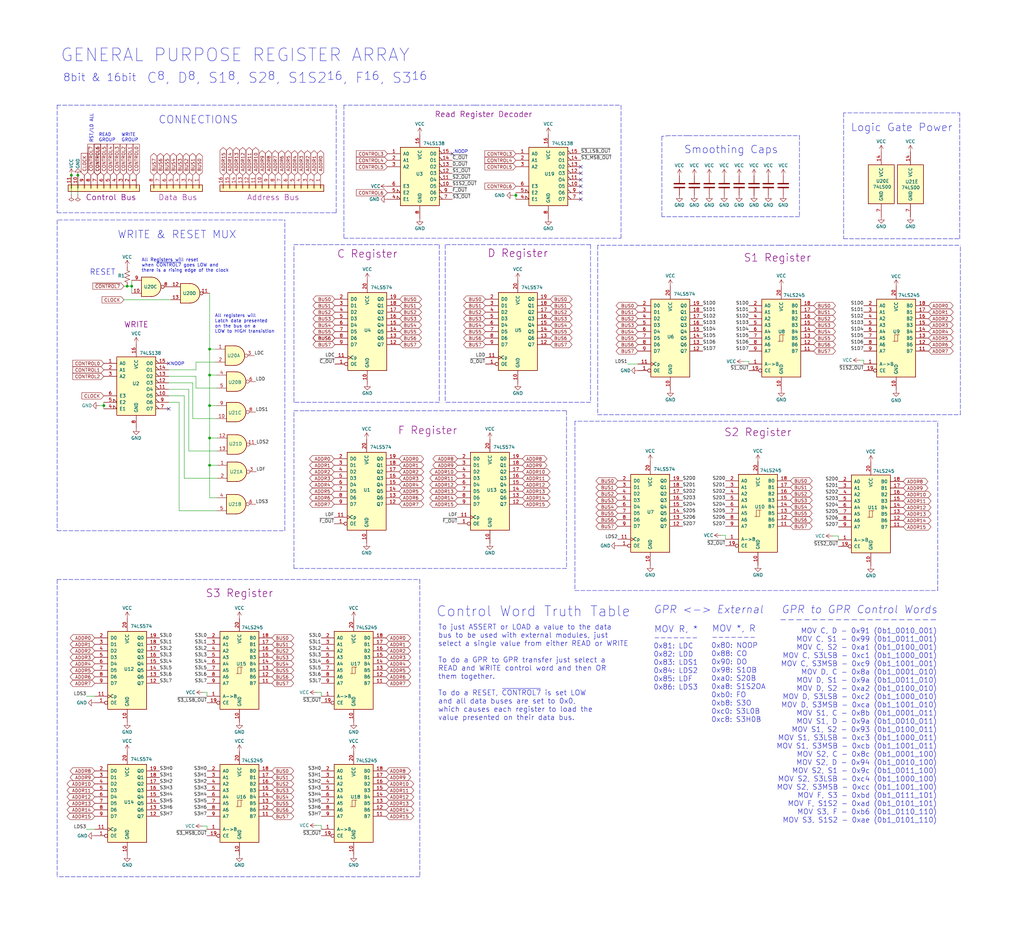
<source format=kicad_sch>
(kicad_sch (version 20211123) (generator eeschema)
  (paper "User" 400.812 370.992)
  (title_block (title "General Purpose Register Array") (date "2022-02-10") (rev "v2") (company "theWickedWebDev/8-bit-computer"))
  (junction (at 82.042 146.812))
  (junction (at 82.042 182.118))
  (junction (at 30.48 68.58))
  (junction (at 82.042 158.75))
  (junction (at 82.042 136.652))
  (junction (at 82.042 171.45))
  (junction (at 51.562 112.014))
  (junction (at 49.784 112.014))
  (junction (at 201.93 76.454))
  (junction (at 27.94 68.58))
  (junction (at 40.64 158.75))
  (no_connect (at 177.038 60.198))
  (no_connect (at 227.33 75.438))
  (no_connect (at 227.33 77.978))
  (no_connect (at 66.04 142.24))
  (no_connect (at 66.04 160.02))
  (no_connect (at 227.33 65.278))
  (no_connect (at 227.33 67.818))
  (no_connect (at 227.33 72.898))
  (no_connect (at 227.33 70.358))
  (polyline (pts (xy 296.418 164.846) (xy 225.044 164.846)))
  (wire (pts (xy 40.64 158.75) (xy 40.64 160.02)))
  (polyline (pts (xy 233.934 96.012) (xy 233.934 162.306)))
  (wire (pts (xy 38.862 158.75) (xy 40.64 158.75)))
  (polyline (pts (xy 330.2 44.196) (xy 330.2 93.472)))
  (polyline (pts (xy 22.352 83.312) (xy 131.572 83.312)))
  (wire (pts (xy 66.04 157.48) (xy 70.104 157.48)))
  (wire (pts (xy 81.026 271.018) (xy 81.026 272.542)))
  (wire (pts (xy 49.784 112.014) (xy 51.562 112.014)))
  (wire (pts (xy 82.042 146.812) (xy 84.836 146.812)))
  (polyline (pts (xy 269.24 53.086) (xy 312.928 53.086)))
  (wire (pts (xy 82.042 171.45) (xy 85.09 171.45)))
  (wire (pts (xy 328.168 209.804) (xy 328.168 211.328)))
  (wire (pts (xy 72.136 187.198) (xy 85.09 187.198)))
  (wire (pts (xy 66.04 147.32) (xy 76.708 147.32)))
  (polyline (pts (xy 375.92 162.306) (xy 375.92 96.012)))
  (polyline (pts (xy 22.352 86.106) (xy 22.352 207.772)))
  (polyline (pts (xy 312.928 53.086) (xy 312.928 84.836)))
  (wire (pts (xy 283.972 209.55) (xy 283.972 211.074)))
  (polyline (pts (xy 221.742 160.782) (xy 221.742 222.504)))
  (polyline (pts (xy 351.79 44.196) (xy 375.666 44.196)))
  (polyline (pts (xy 296.418 164.846) (xy 367.284 164.846)))
  (wire (pts (xy 82.042 194.818) (xy 82.042 182.118)))
  (wire (pts (xy 51.562 109.728) (xy 51.562 112.014)))
  (wire (pts (xy 84.836 194.818) (xy 82.042 194.818)))
  (wire (pts (xy 201.93 75.438) (xy 201.93 76.454)))
  (polyline (pts (xy 76.962 86.106) (xy 111.506 86.106)))
  (polyline (pts (xy 22.352 41.148) (xy 22.352 83.312)))
  (wire (pts (xy 79.502 271.018) (xy 81.026 271.018)))
  (polyline (pts (xy 22.352 226.822) (xy 164.338 226.822)))
  (polyline (pts (xy 174.244 95.758) (xy 174.244 157.48)))
  (wire (pts (xy 336.55 140.97) (xy 338.074 140.97)))
  (wire (pts (xy 325.882 209.804) (xy 328.168 209.804)))
  (polyline (pts (xy 243.078 93.218) (xy 243.078 41.148)))
  (wire (pts (xy 82.042 158.75) (xy 82.042 171.45)))
  (wire (pts (xy 70.104 157.48) (xy 70.104 199.898)))
  (polyline (pts (xy 22.352 226.822) (xy 22.352 343.154)))
  (wire (pts (xy 82.042 114.808) (xy 82.042 136.652)))
  (wire (pts (xy 72.136 154.94) (xy 72.136 187.198)))
  (polyline (pts (xy 115.062 95.758) (xy 171.958 95.758)))
  (wire (pts (xy 30.48 68.58) (xy 30.48 76.2)))
  (polyline (pts (xy 221.742 222.504) (xy 115.062 222.504)))
  (wire (pts (xy 73.914 176.53) (xy 85.09 176.53)))
  (wire (pts (xy 76.708 147.32) (xy 76.708 151.892)))
  (polyline (pts (xy 269.24 53.086) (xy 262.128 53.086)))
  (polyline (pts (xy 76.454 41.148) (xy 22.352 41.148)))
  (polyline (pts (xy 231.14 95.758) (xy 174.244 95.758)))
  (polyline (pts (xy 259.08 53.34) (xy 259.08 84.836)))
  (wire (pts (xy 82.042 182.118) (xy 85.09 182.118)))
  (polyline (pts (xy 164.338 226.822) (xy 164.338 343.154)))
  (wire (pts (xy 82.042 158.75) (xy 84.836 158.75)))
  (polyline (pts (xy 185.928 41.148) (xy 243.078 41.148)))
  (polyline (pts (xy 134.62 93.218) (xy 243.078 93.218)))
  (polyline (pts (xy 22.352 207.772) (xy 111.506 207.772)))
  (wire (pts (xy 125.73 323.088) (xy 125.73 324.612)))
  (polyline (pts (xy 351.79 44.196) (xy 330.2 44.196)))
  (wire (pts (xy 82.042 182.118) (xy 82.042 171.45)))
  (wire (pts (xy 82.042 136.652) (xy 82.042 146.812)))
  (polyline (pts (xy 111.506 207.772) (xy 111.506 86.106)))
  (polyline (pts (xy 231.14 95.758) (xy 231.14 157.48)))
  (wire (pts (xy 66.04 152.4) (xy 73.914 152.4)))
  (wire (pts (xy 293.116 141.478) (xy 293.116 142.494)))
  (polyline (pts (xy 115.062 157.48) (xy 115.062 95.758)))
  (wire (pts (xy 291.084 141.478) (xy 293.116 141.478)))
  (wire (pts (xy 75.438 149.86) (xy 75.438 163.83)))
  (wire (pts (xy 201.93 76.454) (xy 201.93 77.978)))
  (polyline (pts (xy 131.572 83.312) (xy 131.572 41.148)))
  (polyline (pts (xy 233.934 162.306) (xy 375.92 162.306)))
  (wire (pts (xy 40.64 157.48) (xy 40.64 158.75)))
  (wire (pts (xy 245.618 142.494) (xy 249.682 142.494)))
  (wire (pts (xy 76.708 151.892) (xy 84.836 151.892)))
  (wire (pts (xy 51.562 112.014) (xy 51.562 114.808)))
  (polyline (pts (xy 171.958 157.48) (xy 115.062 157.48)))
  (wire (pts (xy 79.248 323.342) (xy 81.026 323.342)))
  (wire (pts (xy 338.074 140.97) (xy 338.074 142.494)))
  (wire (pts (xy 282.194 209.55) (xy 283.972 209.55)))
  (wire (pts (xy 81.026 323.342) (xy 81.026 324.612)))
  (polyline (pts (xy 164.338 343.154) (xy 22.352 343.154)))
  (polyline (pts (xy 312.928 84.836) (xy 259.08 84.836)))
  (wire (pts (xy 48.514 112.014) (xy 49.784 112.014)))
  (wire (pts (xy 33.782 272.542) (xy 37.084 272.542)))
  (wire (pts (xy 33.782 324.612) (xy 37.084 324.612)))
  (polyline (pts (xy 171.958 95.758) (xy 171.958 157.48)))
  (wire (pts (xy 73.914 152.4) (xy 73.914 176.53)))
  (polyline (pts (xy 119.38 160.782) (xy 221.742 160.782)))
  (wire (pts (xy 70.104 199.898) (xy 84.836 199.898)))
  (polyline (pts (xy 225.044 231.14) (xy 367.03 231.14)))
  (wire (pts (xy 66.04 149.86) (xy 75.438 149.86)))
  (wire (pts (xy 125.73 271.018) (xy 125.73 272.542)))
  (wire (pts (xy 123.952 323.088) (xy 125.73 323.088)))
  (polyline (pts (xy 134.62 41.148) (xy 134.62 93.218)))
  (polyline (pts (xy 115.062 160.782) (xy 119.38 160.782)))
  (polyline (pts (xy 375.666 93.472) (xy 375.666 44.196)))
  (wire (pts (xy 27.94 68.58) (xy 27.94 76.2)))
  (polyline (pts (xy 231.14 157.48) (xy 174.244 157.48)))
  (wire (pts (xy 66.04 144.78) (xy 76.708 144.78)))
  (wire (pts (xy 76.708 141.732) (xy 84.328 141.732)))
  (polyline (pts (xy 305.054 96.012) (xy 375.92 96.012)))
  (polyline (pts (xy 367.03 231.14) (xy 367.03 164.846)))
  (polyline (pts (xy 76.2 41.148) (xy 131.572 41.148)))
  (polyline (pts (xy 330.2 93.472) (xy 375.666 93.472)))
  (polyline (pts (xy 305.308 96.012) (xy 233.934 96.012)))
  (wire (pts (xy 75.438 163.83) (xy 84.836 163.83)))
  (polyline (pts (xy 185.928 41.148) (xy 134.62 41.148)))
  (polyline (pts (xy 115.062 222.504) (xy 115.062 160.782)))
  (wire (pts (xy 76.708 144.78) (xy 76.708 141.732)))
  (wire (pts (xy 82.042 146.812) (xy 82.042 158.75)))
  (wire (pts (xy 66.04 154.94) (xy 72.136 154.94)))
  (polyline (pts (xy 262.128 53.086) (xy 259.08 53.34)))
  (wire (pts (xy 200.914 76.454) (xy 201.93 76.454)))
  (wire (pts (xy 82.042 136.652) (xy 84.328 136.652)))
  (polyline (pts (xy 225.044 164.846) (xy 225.044 231.14)))
  (wire (pts (xy 48.514 117.348) (xy 66.802 117.348)))
  (wire (pts (xy 123.952 271.018) (xy 125.73 271.018)))
  (polyline (pts (xy 76.962 86.106) (xy 22.352 86.106)))
  (text "WRITE & RESET MUX" (at 45.974 93.726 0) (effects (font (size 3 3)) (justify left bottom)))
  (text "GPR <-> External" (at 255.778 240.538 0) (effects (font (size 3 3) italic) (justify left bottom)))
  (text "-------\n0x81: LDC\n0x82: LDD\n0x83: LDS1\n0x84: LDS2\n0x85: LDF\n0x86: LDS3\n" (at 255.778 270.256 0) (effects (font (size 2 2)) (justify left bottom)))
  (text "RESET" (at 35.052 107.95 0) (effects (font (size 2.2 2.2)) (justify left bottom)))
  (text "MOV R, *" (at 256.032 247.904 0) (effects (font (size 2.5 2.5)) (justify left bottom)))
  (text "GPR to GPR Control Words" (at 305.816 240.538 0) (effects (font (size 3 3) italic) (justify left bottom)))
  (text "READ\nGROUP" (at 38.608 55.626 0) (effects (font (size 1.27 1.27)) (justify left bottom)))
  (text "MOV *, R" (at 278.638 247.65 0) (effects (font (size 2.5 2.5)) (justify left bottom)))
  (text "To just ASSERT or LOAD a value to the data \nbus to be used with external modules, just\nselect a single value from either READ or WRITE\n\nTo do a GPR to GPR transfer just select a \nREAD and WRITE control word and then OR \nthem together.\n\nTo do a RESET, ~{CONTROL7} is set LOW\nand all data buses are set to 0x0,\nwhich causes each register to load the \nvalue presented on their data bus." (at 171.45 282.194 0) (effects (font (size 2 2)) (justify left bottom)))
  (text "Control Word Truth Table" (at 170.688 241.808 0) (effects (font (size 4 4)) (justify left bottom)))
  (text "All registers will\nLatch data presented\non the bus on a \nLOW to HIGH transistion" (at 84.074 130.556 0) (effects (font (size 1.27 1.27)) (justify left bottom)))
  (text "NOOP" (at 66.802 143.256 0) (effects (font (size 1.27 1.27)) (justify left bottom)))
  (text "8bit & 16bit" (at 24.638 32.258 0) (effects (font (size 3 3)) (justify left bottom)))
  (text "CONNECTIONS" (at 61.976 48.768 0) (effects (font (size 3 3)) (justify left bottom)))
  (text "Smoothing Caps" (at 267.716 60.452 0) (effects (font (size 3 3)) (justify left bottom)))
  (text "NOOP" (at 177.8 60.198 0) (effects (font (size 1.27 1.27)) (justify left bottom)))
  (text "GENERAL PURPOSE REGISTER ARRAY" (at 23.622 24.638 0) (effects (font (size 5 5)) (justify left bottom)))
  (text "-------\n0x80: NOOP\n0x88: CO\n0x90: DO\n0x98: S1OB\n0xa0: S20B\n0xa8: S1S2OA\n0xb0: FO\n0xb8: S3O\n0xc0: S3L0B\n0xc8: S3H0B" (at 278.384 282.956 0) (effects (font (size 2 2)) (justify left bottom)))
  (text "All Registers will reset\nwhen ~{CONTROL7} goes LOW and\nthere is a rising edge of the clock\n" (at 55.372 106.68 0) (effects (font (size 1.27 1.27)) (justify left bottom)))
  (text "--------------------" (at 304.8 244.094 0) (effects (font (size 2.5 2.5) italic) (justify left bottom)))
  (text "Logic Gate Power" (at 332.994 51.816 0) (effects (font (size 3 3)) (justify left bottom)))
  (text "C^{8}, D^{8}, S1^{8}, S2^{8}, S1S2^{16}, F^{16}, S3^{16}" (at 57.404 33.02 0) (effects (font (size 4 4)) (justify left bottom)))
  (text "WRITE\nGROUP" (at 47.498 55.626 0) (effects (font (size 1.27 1.27)) (justify left bottom)))
  (text "RST/LD ALL" (at 36.576 55.88 90) (effects (font (size 1.27 1.27)) (justify left bottom)))
  (text "MOV C, D - 0x91 (0b1_0010_001)\nMOV C, S1 - 0x99 (0b1_0011_001)\nMOV C, S2 - 0xa1 (0b1_0100_001)\nMOV C, S3LSB - 0xc1 (0b1_1000_001)\nMOV C, S3MSB - 0xc9 (0b1_1001_001)\nMOV D, C - 0x8a (0b1_0001_010)\nMOV D, S1 - 0x9a (0b1_0011_010)\nMOV D, S2 - 0xa2 (0b1_0100_010)\nMOV D, S3LSB - 0xc2 (0b1_1000_010)\nMOV D, S3MSB - 0xca (0b1_1001_010)\nMOV S1, C - 0x8b (0b1_0001_011)\nMOV S1, D - 0x9a (0b1_0010_011)\nMOV S1, S2 - 0x93 (0b1_0100_011)\nMOV S1, S3LSB - 0xc3 (0b1_1000_011)\nMOV S1, S3MSB - 0xcb (0b1_1001_011)\nMOV S2, C - 0x8c (0b1_0001_100)\nMOV S2, D - 0x94 (0b1_0010_100)\nMOV S2, S1 - 0x9c (0b1_0011_100)\nMOV S2, S3LSB - 0xc4 (0b1_1000_100)\nMOV S2, S3MSB - 0xcc (0b1_1001_100)\nMOV F, S3 - 0xbd (0b1_0111_101)\nMOV F, S1S2 - 0xad (0b1_0101_101)\nMOV S3, F - 0xb6 (0b1_0110_110)\nMOV S3, S1S2 - 0xae (0b1_0101_110)" (at 366.776 322.326 0) (effects (font (size 2 2)) (justify right bottom)))
  (label "S3L6" (at 81.026 264.922 180))
  (label "S1D4" (at 275.082 129.794 0))
  (label "S2D0" (at 283.972 188.214 180))
  (label "S1D1" (at 275.082 122.174 0))
  (label "S2D2" (at 267.208 193.294 0))
  (label "S1D4" (at 293.116 129.794 180))
  (label "S3L2" (at 62.484 254.762 0))
  (label "S3L0" (at 81.026 249.682 180))
  (label "S1D3" (at 338.074 127.254 180))
  (label "S3H2" (at 125.73 306.832 180))
  (label "S3L1" (at 62.484 252.222 0))
  (label "LDC" (at 99.568 139.192 0))
  (label "S1D7" (at 338.074 137.414 180))
  (label "S3H3" (at 62.484 309.372 0))
  (label "S3H3" (at 81.026 309.372 180))
  (label "S2D7" (at 267.208 205.994 0))
  (label "S2D2" (at 328.168 193.548 180))
  (label "S1D1" (at 338.074 122.174 180))
  (label "S1D5" (at 293.116 132.334 180))
  (label "S3H0" (at 81.026 301.752 180))
  (label "S3H4" (at 125.73 311.912 180))
  (label "S2D6" (at 328.168 203.708 180))
  (label "S3H5" (at 62.484 314.452 0))
  (label "S3H1" (at 81.026 304.292 180))
  (label "S2D6" (at 283.972 203.454 180))
  (label "S1D4" (at 338.074 129.794 180))
  (label "S3L1" (at 125.73 252.222 180))
  (label "S2D0" (at 267.208 188.214 0))
  (label "~{S1S2_OUT}" (at 177.038 72.898 0))
  (label "S1D6" (at 293.116 134.874 180))
  (label "LDF" (at 100.33 184.658 0))
  (label "S3L5" (at 81.026 262.382 180))
  (label "S3H4" (at 62.484 311.912 0))
  (label "S3H0" (at 125.73 301.752 180))
  (label "S1D2" (at 275.082 124.714 0))
  (label "S3H3" (at 125.73 309.372 180))
  (label "S3H0" (at 62.484 301.752 0))
  (label "~{S3_OUT}" (at 177.038 77.978 0))
  (label "S3L2" (at 81.026 254.762 180))
  (label "S3H1" (at 125.73 304.292 180))
  (label "LDS2" (at 100.33 173.99 0))
  (label "LDS2" (at 241.808 211.074 180))
  (label "S2D5" (at 328.168 201.168 180))
  (label "~{S2_OUT}" (at 177.038 70.358 0))
  (label "~{F_OUT}" (at 130.81 204.978 180))
  (label "S3H7" (at 62.484 319.532 0))
  (label "~{F_OUT}" (at 179.07 204.978 180))
  (label "~{S3_MSB_OUT}" (at 81.026 327.152 180))
  (label "S3L3" (at 62.484 257.302 0))
  (label "LDD" (at 189.992 139.954 180))
  (label "~{F_OUT}" (at 177.038 75.438 0))
  (label "~{D_OUT}" (at 189.992 142.494 180))
  (label "~{S1_OUT}" (at 177.038 67.818 0))
  (label "S2D2" (at 283.972 193.294 180))
  (label "S1D3" (at 293.116 127.254 180))
  (label "S1D6" (at 275.082 134.874 0))
  (label "LDS1" (at 245.618 142.494 180))
  (label "S3H6" (at 125.73 316.992 180))
  (label "S1D0" (at 275.082 119.634 0))
  (label "S3H6" (at 62.484 316.992 0))
  (label "~{S1_OUT}" (at 293.116 145.034 180))
  (label "S3L7" (at 81.026 267.462 180))
  (label "S1D7" (at 293.116 137.414 180))
  (label "S2D6" (at 267.208 203.454 0))
  (label "S2D4" (at 283.972 198.374 180))
  (label "S1D7" (at 275.082 137.414 0))
  (label "LDC" (at 131.064 139.954 180))
  (label "S3L4" (at 81.026 259.842 180))
  (label "LDD" (at 100.076 149.352 0))
  (label "S3H2" (at 62.484 306.832 0))
  (label "S1D2" (at 293.116 124.714 180))
  (label "S3L4" (at 125.73 259.842 180))
  (label "S3H2" (at 81.026 306.832 180))
  (label "S3L1" (at 81.026 252.222 180))
  (label "LDS3" (at 100.076 197.358 0))
  (label "S2D1" (at 267.208 190.754 0))
  (label "~{S3_LSB_OUT}" (at 81.026 275.082 180))
  (label "S2D0" (at 328.168 188.468 180))
  (label "S1D0" (at 293.116 119.634 180))
  (label "~{S2_OUT}" (at 283.972 213.614 180))
  (label "LDS3" (at 33.782 272.542 180))
  (label "S3L7" (at 62.484 267.462 0))
  (label "S3L2" (at 125.73 254.762 180))
  (label "S3L6" (at 62.484 264.922 0))
  (label "~{S3_LSB_OUT}" (at 227.33 60.198 0))
  (label "S3H7" (at 81.026 319.532 180))
  (label "S3L7" (at 125.73 267.462 180))
  (label "LDF" (at 179.07 202.438 180))
  (label "~{D_OUT}" (at 177.038 65.278 0))
  (label "S3L0" (at 62.484 249.682 0))
  (label "LDF" (at 130.81 202.438 180))
  (label "LDS1" (at 100.076 161.29 0))
  (label "S3L3" (at 125.73 257.302 180))
  (label "S3H6" (at 81.026 316.992 180))
  (label "~{C_OUT}" (at 177.038 62.738 0))
  (label "S3L3" (at 81.026 257.302 180))
  (label "S3L4" (at 62.484 259.842 0))
  (label "S3L0" (at 125.73 249.682 180))
  (label "S3H5" (at 125.73 314.452 180))
  (label "~{S3_OUT}" (at 125.73 275.082 180))
  (label "S2D7" (at 328.168 206.248 180))
  (label "~{S1S2_OUT}" (at 338.074 145.034 180))
  (label "S3H1" (at 62.484 304.292 0))
  (label "S2D5" (at 267.208 200.914 0))
  (label "S1D3" (at 275.082 127.254 0))
  (label "~{S1S2_OUT}" (at 328.168 213.868 180))
  (label "~{S3_MSB_OUT}" (at 227.33 62.738 0))
  (label "S1D6" (at 338.074 134.874 180))
  (label "S3H7" (at 125.73 319.532 180))
  (label "S3L5" (at 62.484 262.382 0))
  (label "S3L5" (at 125.73 262.382 180))
  (label "S1D5" (at 338.074 132.334 180))
  (label "S2D7" (at 283.972 205.994 180))
  (label "S2D5" (at 283.972 200.914 180))
  (label "S1D5" (at 275.082 132.334 0))
  (label "S1D1" (at 293.116 122.174 180))
  (label "S2D1" (at 328.168 191.008 180))
  (label "S2D1" (at 283.972 190.754 180))
  (label "S1D0" (at 338.074 119.634 180))
  (label "~{S3_OUT}" (at 125.73 327.152 180))
  (label "S1D2" (at 338.074 124.714 180))
  (label "S2D4" (at 328.168 198.628 180))
  (label "S3H4" (at 81.026 311.912 180))
  (label "S2D3" (at 283.972 195.834 180))
  (label "~{C_OUT}" (at 131.064 142.494 180))
  (label "S2D3" (at 267.208 195.834 0))
  (label "S3L6" (at 125.73 264.922 180))
  (label "LDS3" (at 33.782 324.612 180))
  (label "S2D3" (at 328.168 196.088 180))
  (label "S2D4" (at 267.208 198.374 0))
  (label "S3H5" (at 81.026 314.452 180))
  (global_label "ADDR5" (shape tri_state) (at 363.474 132.334 0) (property "Intersheet References" "${INTERSHEET_REFS}" (effects hide)))
  (global_label "BUS5" (shape tri_state) (at 131.064 129.794 180) (property "Intersheet References" "${INTERSHEET_REFS}" (effects hide)))
  (global_label "ADDR10" (shape tri_state) (at 151.13 306.832 0) (property "Intersheet References" "${INTERSHEET_REFS}" (effects hide)))
  (global_label "BUS4" (shape tri_state) (at 131.064 127.254 180) (property "Intersheet References" "${INTERSHEET_REFS}" (effects hide)))
  (global_label "ADDR1" (shape tri_state) (at 130.81 182.118 180) (property "Intersheet References" "${INTERSHEET_REFS}" (effects hide)))
  (global_label "BUS3" (shape tri_state) (at 131.064 124.714 180) (property "Intersheet References" "${INTERSHEET_REFS}" (effects hide)))
  (global_label "BUS3" (shape tri_state) (at 215.392 124.714 0) (property "Intersheet References" "${INTERSHEET_REFS}" (effects hide)))
  (global_label "CONTROL4" (shape input) (at 151.638 62.738 180) (property "Intersheet References" "${INTERSHEET_REFS}" (effects hide)))
  (global_label "BUS2" (shape tri_state) (at 241.808 193.294 180) (property "Intersheet References" "${INTERSHEET_REFS}" (effects hide)))
  (global_label "ADDR13" (shape tri_state) (at 92.456 68.58 90) (property "Intersheet References" "${INTERSHEET_REFS}" (effects hide)))
  (global_label "ADDR10" (shape tri_state) (at 179.07 184.658 180) (property "Intersheet References" "${INTERSHEET_REFS}" (effects hide)))
  (global_label "CONTROL4" (shape input) (at 43.18 68.58 90) (property "Intersheet References" "${INTERSHEET_REFS}" (effects hide)))
  (global_label "ADDR9" (shape tri_state) (at 179.07 182.118 180) (property "Intersheet References" "${INTERSHEET_REFS}" (effects hide)))
  (global_label "ADDR8" (shape tri_state) (at 179.07 179.578 180) (property "Intersheet References" "${INTERSHEET_REFS}" (effects hide)))
  (global_label "ADDR4" (shape tri_state) (at 363.474 129.794 0) (property "Intersheet References" "${INTERSHEET_REFS}" (effects hide)))
  (global_label "ADDR1" (shape tri_state) (at 37.084 252.222 180) (property "Intersheet References" "${INTERSHEET_REFS}" (effects hide)))
  (global_label "CONTROL4" (shape input) (at 201.93 62.738 180) (property "Intersheet References" "${INTERSHEET_REFS}" (effects hide)))
  (global_label "BUS2" (shape tri_state) (at 189.992 122.174 180) (property "Intersheet References" "${INTERSHEET_REFS}" (effects hide)))
  (global_label "ADDR9" (shape tri_state) (at 102.616 68.58 90) (property "Intersheet References" "${INTERSHEET_REFS}" (effects hide)))
  (global_label "BUS2" (shape tri_state) (at 106.426 254.762 0) (property "Intersheet References" "${INTERSHEET_REFS}" (effects hide)))
  (global_label "BUS2" (shape tri_state) (at 106.426 306.832 0) (property "Intersheet References" "${INTERSHEET_REFS}" (effects hide)))
  (global_label "ADDR9" (shape tri_state) (at 37.084 304.292 180) (property "Intersheet References" "${INTERSHEET_REFS}" (effects hide)))
  (global_label "ADDR7" (shape tri_state) (at 37.084 267.462 180) (property "Intersheet References" "${INTERSHEET_REFS}" (effects hide)))
  (global_label "ADDR3" (shape tri_state) (at 151.13 257.302 0) (property "Intersheet References" "${INTERSHEET_REFS}" (effects hide)))
  (global_label "BUS3" (shape tri_state) (at 106.426 257.302 0) (property "Intersheet References" "${INTERSHEET_REFS}" (effects hide)))
  (global_label "ADDR8" (shape tri_state) (at 37.084 301.752 180) (property "Intersheet References" "${INTERSHEET_REFS}" (effects hide)))
  (global_label "BUS5" (shape tri_state) (at 215.392 129.794 0) (property "Intersheet References" "${INTERSHEET_REFS}" (effects hide)))
  (global_label "BUS0" (shape tri_state) (at 77.978 68.58 90) (property "Intersheet References" "${INTERSHEET_REFS}" (effects hide)))
  (global_label "BUS7" (shape tri_state) (at 318.516 137.414 0) (property "Intersheet References" "${INTERSHEET_REFS}" (effects hide)))
  (global_label "BUS4" (shape tri_state) (at 309.372 198.374 0) (property "Intersheet References" "${INTERSHEET_REFS}" (effects hide)))
  (global_label "BUS1" (shape tri_state) (at 318.516 122.174 0) (property "Intersheet References" "${INTERSHEET_REFS}" (effects hide)))
  (global_label "CONTROL2" (shape input) (at 40.64 147.32 180) (property "Intersheet References" "${INTERSHEET_REFS}" (effects hide)))
  (global_label "CONTROL6" (shape input) (at 38.1 68.58 90) (property "Intersheet References" "${INTERSHEET_REFS}" (effects hide)))
  (global_label "BUS7" (shape tri_state) (at 106.426 319.532 0) (property "Intersheet References" "${INTERSHEET_REFS}" (effects hide)))
  (global_label "BUS0" (shape tri_state) (at 215.392 117.094 0) (property "Intersheet References" "${INTERSHEET_REFS}" (effects hide)))
  (global_label "BUS0" (shape tri_state) (at 249.682 119.634 180) (property "Intersheet References" "${INTERSHEET_REFS}" (effects hide)))
  (global_label "ADDR13" (shape tri_state) (at 353.568 201.168 0) (property "Intersheet References" "${INTERSHEET_REFS}" (effects hide)))
  (global_label "BUS5" (shape tri_state) (at 241.808 200.914 180) (property "Intersheet References" "${INTERSHEET_REFS}" (effects hide)))
  (global_label "CONTROL6" (shape input) (at 201.93 72.898 180) (property "Intersheet References" "${INTERSHEET_REFS}" (effects hide)))
  (global_label "ADDR7" (shape tri_state) (at 107.696 68.58 90) (property "Intersheet References" "${INTERSHEET_REFS}" (effects hide)))
  (global_label "ADDR3" (shape tri_state) (at 37.084 257.302 180) (property "Intersheet References" "${INTERSHEET_REFS}" (effects hide)))
  (global_label "CONTROL5" (shape input) (at 40.64 68.58 90) (property "Intersheet References" "${INTERSHEET_REFS}" (effects hide)))
  (global_label "BUS6" (shape tri_state) (at 131.064 132.334 180) (property "Intersheet References" "${INTERSHEET_REFS}" (effects hide)))
  (global_label "BUS4" (shape tri_state) (at 241.808 198.374 180) (property "Intersheet References" "${INTERSHEET_REFS}" (effects hide)))
  (global_label "ADDR14" (shape tri_state) (at 37.084 316.992 180) (property "Intersheet References" "${INTERSHEET_REFS}" (effects hide)))
  (global_label "ADDR5" (shape tri_state) (at 112.776 68.58 90) (property "Intersheet References" "${INTERSHEET_REFS}" (effects hide)))
  (global_label "ADDR0" (shape tri_state) (at 151.13 249.682 0) (property "Intersheet References" "${INTERSHEET_REFS}" (effects hide)))
  (global_label "CLOCK" (shape input) (at 40.64 154.94 180) (property "Intersheet References" "${INTERSHEET_REFS}" (effects hide)))
  (global_label "BUS1" (shape tri_state) (at 189.992 119.634 180) (property "Intersheet References" "${INTERSHEET_REFS}" (effects hide)))
  (global_label "CONTROL3" (shape input) (at 151.638 60.198 180) (property "Intersheet References" "${INTERSHEET_REFS}" (effects hide)))
  (global_label "ADDR15" (shape tri_state) (at 204.47 197.358 0) (property "Intersheet References" "${INTERSHEET_REFS}" (effects hide)))
  (global_label "ADDR7" (shape tri_state) (at 151.13 267.462 0) (property "Intersheet References" "${INTERSHEET_REFS}" (effects hide)))
  (global_label "BUS0" (shape tri_state) (at 106.426 249.682 0) (property "Intersheet References" "${INTERSHEET_REFS}" (effects hide)))
  (global_label "ADDR11" (shape tri_state) (at 179.07 187.198 180) (property "Intersheet References" "${INTERSHEET_REFS}" (effects hide)))
  (global_label "BUS5" (shape tri_state) (at 318.516 132.334 0) (property "Intersheet References" "${INTERSHEET_REFS}" (effects hide)))
  (global_label "ADDR6" (shape tri_state) (at 37.084 264.922 180) (property "Intersheet References" "${INTERSHEET_REFS}" (effects hide)))
  (global_label "CONTROL5" (shape input) (at 151.638 65.278 180) (property "Intersheet References" "${INTERSHEET_REFS}" (effects hide)))
  (global_label "ADDR0" (shape tri_state) (at 156.21 179.578 0) (property "Intersheet References" "${INTERSHEET_REFS}" (effects hide)))
  (global_label "CLOCK" (shape input) (at 33.02 68.58 90) (property "Intersheet References" "${INTERSHEET_REFS}" (effects hide)))
  (global_label "ADDR14" (shape tri_state) (at 89.916 68.58 90) (property "Intersheet References" "${INTERSHEET_REFS}" (effects hide)))
  (global_label "ADDR8" (shape tri_state) (at 204.47 179.578 0) (property "Intersheet References" "${INTERSHEET_REFS}" (effects hide)))
  (global_label "ADDR3" (shape tri_state) (at 156.21 187.198 0) (property "Intersheet References" "${INTERSHEET_REFS}" (effects hide)))
  (global_label "BUS1" (shape tri_state) (at 131.064 119.634 180) (property "Intersheet References" "${INTERSHEET_REFS}" (effects hide)))
  (global_label "ADDR12" (shape tri_state) (at 94.996 68.58 90) (property "Intersheet References" "${INTERSHEET_REFS}" (effects hide)))
  (global_label "ADDR11" (shape tri_state) (at 151.13 309.372 0) (property "Intersheet References" "${INTERSHEET_REFS}" (effects hide)))
  (global_label "ADDR6" (shape tri_state) (at 130.81 194.818 180) (property "Intersheet References" "${INTERSHEET_REFS}" (effects hide)))
  (global_label "BUS0" (shape tri_state) (at 241.808 188.214 180) (property "Intersheet References" "${INTERSHEET_REFS}" (effects hide)))
  (global_label "BUS7" (shape tri_state) (at 241.808 205.994 180) (property "Intersheet References" "${INTERSHEET_REFS}" (effects hide)))
  (global_label "ADDR11" (shape tri_state) (at 204.47 187.198 0) (property "Intersheet References" "${INTERSHEET_REFS}" (effects hide)))
  (global_label "BUS3" (shape tri_state) (at 309.372 195.834 0) (property "Intersheet References" "${INTERSHEET_REFS}" (effects hide)))
  (global_label "BUS6" (shape tri_state) (at 62.738 68.58 90) (property "Intersheet References" "${INTERSHEET_REFS}" (effects hide)))
  (global_label "CONTROL3" (shape input) (at 45.72 68.58 90) (property "Intersheet References" "${INTERSHEET_REFS}" (effects hide)))
  (global_label "BUS7" (shape tri_state) (at 249.682 137.414 180) (property "Intersheet References" "${INTERSHEET_REFS}" (effects hide)))
  (global_label "BUS4" (shape tri_state) (at 106.426 259.842 0) (property "Intersheet References" "${INTERSHEET_REFS}" (effects hide)))
  (global_label "ADDR7" (shape tri_state) (at 130.81 197.358 180) (property "Intersheet References" "${INTERSHEET_REFS}" (effects hide)))
  (global_label "BUS3" (shape tri_state) (at 156.464 124.714 0) (property "Intersheet References" "${INTERSHEET_REFS}" (effects hide)))
  (global_label "ADDR10" (shape tri_state) (at 353.568 193.548 0) (property "Intersheet References" "${INTERSHEET_REFS}" (effects hide)))
  (global_label "ADDR5" (shape tri_state) (at 156.21 192.278 0) (property "Intersheet References" "${INTERSHEET_REFS}" (effects hide)))
  (global_label "BUS4" (shape tri_state) (at 106.426 311.912 0) (property "Intersheet References" "${INTERSHEET_REFS}" (effects hide)))
  (global_label "ADDR12" (shape tri_state) (at 204.47 189.738 0) (property "Intersheet References" "${INTERSHEET_REFS}" (effects hide)))
  (global_label "BUS7" (shape tri_state) (at 215.392 134.874 0) (property "Intersheet References" "${INTERSHEET_REFS}" (effects hide)))
  (global_label "BUS5" (shape tri_state) (at 156.464 129.794 0) (property "Intersheet References" "${INTERSHEET_REFS}" (effects hide)))
  (global_label "BUS2" (shape tri_state) (at 318.516 124.714 0) (property "Intersheet References" "${INTERSHEET_REFS}" (effects hide)))
  (global_label "ADDR4" (shape tri_state) (at 156.21 189.738 0) (property "Intersheet References" "${INTERSHEET_REFS}" (effects hide)))
  (global_label "ADDR14" (shape tri_state) (at 151.13 316.992 0) (property "Intersheet References" "${INTERSHEET_REFS}" (effects hide)))
  (global_label "BUS5" (shape tri_state) (at 249.682 132.334 180) (property "Intersheet References" "${INTERSHEET_REFS}" (effects hide)))
  (global_label "ADDR5" (shape tri_state) (at 151.13 262.382 0) (property "Intersheet References" "${INTERSHEET_REFS}" (effects hide)))
  (global_label "ADDR13" (shape tri_state) (at 179.07 192.278 180) (property "Intersheet References" "${INTERSHEET_REFS}" (effects hide)))
  (global_label "BUS2" (shape tri_state) (at 72.898 68.58 90) (property "Intersheet References" "${INTERSHEET_REFS}" (effects hide)))
  (global_label "CONTROL6" (shape input) (at 151.638 75.438 180) (property "Intersheet References" "${INTERSHEET_REFS}" (effects hide)))
  (global_label "BUS1" (shape tri_state) (at 309.372 190.754 0) (property "Intersheet References" "${INTERSHEET_REFS}" (effects hide)))
  (global_label "BUS2" (shape tri_state) (at 215.392 122.174 0) (property "Intersheet References" "${INTERSHEET_REFS}" (effects hide)))
  (global_label "BUS7" (shape tri_state) (at 106.426 267.462 0) (property "Intersheet References" "${INTERSHEET_REFS}" (effects hide)))
  (global_label "BUS1" (shape tri_state) (at 156.464 119.634 0) (property "Intersheet References" "${INTERSHEET_REFS}" (effects hide)))
  (global_label "ADDR13" (shape tri_state) (at 37.084 314.452 180) (property "Intersheet References" "${INTERSHEET_REFS}" (effects hide)))
  (global_label "ADDR15" (shape tri_state) (at 353.568 206.248 0) (property "Intersheet References" "${INTERSHEET_REFS}" (effects hide)))
  (global_label "BUS6" (shape tri_state) (at 249.682 134.874 180) (property "Intersheet References" "${INTERSHEET_REFS}" (effects hide)))
  (global_label "BUS1" (shape tri_state) (at 249.682 122.174 180) (property "Intersheet References" "${INTERSHEET_REFS}" (effects hide)))
  (global_label "ADDR9" (shape tri_state) (at 151.13 304.292 0) (property "Intersheet References" "${INTERSHEET_REFS}" (effects hide)))
  (global_label "ADDR0" (shape tri_state) (at 130.81 179.578 180) (property "Intersheet References" "${INTERSHEET_REFS}" (effects hide)))
  (global_label "ADDR15" (shape tri_state) (at 87.376 68.58 90) (property "Intersheet References" "${INTERSHEET_REFS}" (effects hide)))
  (global_label "ADDR4" (shape tri_state) (at 151.13 259.842 0) (property "Intersheet References" "${INTERSHEET_REFS}" (effects hide)))
  (global_label "BUS3" (shape tri_state) (at 249.682 127.254 180) (property "Intersheet References" "${INTERSHEET_REFS}" (effects hide)))
  (global_label "ADDR14" (shape tri_state) (at 353.568 203.708 0) (property "Intersheet References" "${INTERSHEET_REFS}" (effects hide)))
  (global_label "BUS4" (shape tri_state) (at 215.392 127.254 0) (property "Intersheet References" "${INTERSHEET_REFS}" (effects hide)))
  (global_label "BUS0" (shape tri_state) (at 309.372 188.214 0) (property "Intersheet References" "${INTERSHEET_REFS}" (effects hide)))
  (global_label "ADDR13" (shape tri_state) (at 204.47 192.278 0) (property "Intersheet References" "${INTERSHEET_REFS}" (effects hide)))
  (global_label "ADDR1" (shape tri_state) (at 156.21 182.118 0) (property "Intersheet References" "${INTERSHEET_REFS}" (effects hide)))
  (global_label "BUS6" (shape tri_state) (at 189.992 132.334 180) (property "Intersheet References" "${INTERSHEET_REFS}" (effects hide)))
  (global_label "BUS6" (shape tri_state) (at 131.064 132.334 180) (property "Intersheet References" "${INTERSHEET_REFS}" (effects hide)))
  (global_label "BUS5" (shape tri_state) (at 189.992 129.794 180) (property "Intersheet References" "${INTERSHEET_REFS}" (effects hide)))
  (global_label "BUS0" (shape tri_state) (at 156.464 117.094 0) (property "Intersheet References" "${INTERSHEET_REFS}" (effects hide)))
  (global_label "BUS6" (shape tri_state) (at 106.426 316.992 0) (property "Intersheet References" "${INTERSHEET_REFS}" (effects hide)))
  (global_label "ADDR10" (shape tri_state) (at 37.084 306.832 180) (property "Intersheet References" "${INTERSHEET_REFS}" (effects hide)))
  (global_label "ADDR11" (shape tri_state) (at 97.536 68.58 90) (property "Intersheet References" "${INTERSHEET_REFS}" (effects hide)))
  (global_label "BUS7" (shape tri_state) (at 60.198 68.58 90) (property "Intersheet References" "${INTERSHEET_REFS}" (effects hide)))
  (global_label "ADDR12" (shape tri_state) (at 151.13 311.912 0) (property "Intersheet References" "${INTERSHEET_REFS}" (effects hide)))
  (global_label "ADDR2" (shape tri_state) (at 151.13 254.762 0) (property "Intersheet References" "${INTERSHEET_REFS}" (effects hide)))
  (global_label "ADDR3" (shape tri_state) (at 363.474 127.254 0) (property "Intersheet References" "${INTERSHEET_REFS}" (effects hide)))
  (global_label "BUS1" (shape tri_state) (at 241.808 190.754 180) (property "Intersheet References" "${INTERSHEET_REFS}" (effects hide)))
  (global_label "BUS6" (shape tri_state) (at 215.392 132.334 0) (property "Intersheet References" "${INTERSHEET_REFS}" (effects hide)))
  (global_label "ADDR7" (shape tri_state) (at 156.21 197.358 0) (property "Intersheet References" "${INTERSHEET_REFS}" (effects hide)))
  (global_label "BUS2" (shape tri_state) (at 156.464 122.174 0) (property "Intersheet References" "${INTERSHEET_REFS}" (effects hide)))
  (global_label "BUS6" (shape tri_state) (at 241.808 203.454 180) (property "Intersheet References" "${INTERSHEET_REFS}" (effects hide)))
  (global_label "BUS0" (shape tri_state) (at 189.992 117.094 180) (property "Intersheet References" "${INTERSHEET_REFS}" (effects hide)))
  (global_label "ADDR2" (shape tri_state) (at 156.21 184.658 0) (property "Intersheet References" "${INTERSHEET_REFS}" (effects hide)))
  (global_label "BUS5" (shape tri_state) (at 309.372 200.914 0) (property "Intersheet References" "${INTERSHEET_REFS}" (effects hide)))
  (global_label "ADDR4" (shape tri_state) (at 37.084 259.842 180) (property "Intersheet References" "${INTERSHEET_REFS}" (effects hide)))
  (global_label "BUS6" (shape tri_state) (at 309.372 203.454 0) (property "Intersheet References" "${INTERSHEET_REFS}" (effects hide)))
  (global_label "BUS7" (shape tri_state) (at 156.464 134.874 0) (property "Intersheet References" "${INTERSHEET_REFS}" (effects hide)))
  (global_label "BUS2" (shape tri_state) (at 309.372 193.294 0) (property "Intersheet References" "${INTERSHEET_REFS}" (effects hide)))
  (global_label "CONTROL5" (shape input) (at 201.93 65.278 180) (property "Intersheet References" "${INTERSHEET_REFS}" (effects hide)))
  (global_label "ADDR12" (shape tri_state) (at 37.084 311.912 180) (property "Intersheet References" "${INTERSHEET_REFS}" (effects hide)))
  (global_label "ADDR2" (shape tri_state) (at 37.084 254.762 180) (property "Intersheet References" "${INTERSHEET_REFS}" (effects hide)))
  (global_label "ADDR3" (shape tri_state) (at 130.81 187.198 180) (property "Intersheet References" "${INTERSHEET_REFS}" (effects hide)))
  (global_label "CLOCK" (shape input) (at 48.514 117.348 180) (property "Intersheet References" "${INTERSHEET_REFS}" (effects hide)))
  (global_label "ADDR4" (shape tri_state) (at 130.81 189.738 180) (property "Intersheet References" "${INTERSHEET_REFS}" (effects hide)))
  (global_label "CONTROL1" (shape input) (at 40.64 144.78 180) (property "Intersheet References" "${INTERSHEET_REFS}" (effects hide)))
  (global_label "BUS3" (shape tri_state) (at 318.516 127.254 0) (property "Intersheet References" "${INTERSHEET_REFS}" (effects hide)))
  (global_label "ADDR5" (shape tri_state) (at 37.084 262.382 180) (property "Intersheet References" "${INTERSHEET_REFS}" (effects hide)))
  (global_label "ADDR1" (shape tri_state) (at 151.13 252.222 0) (property "Intersheet References" "${INTERSHEET_REFS}" (effects hide)))
  (global_label "CONTROL3" (shape input) (at 201.93 60.198 180) (property "Intersheet References" "${INTERSHEET_REFS}" (effects hide)))
  (global_label "BUS4" (shape tri_state) (at 189.992 127.254 180) (property "Intersheet References" "${INTERSHEET_REFS}" (effects hide)))
  (global_label "ADDR6" (shape tri_state) (at 363.474 134.874 0) (property "Intersheet References" "${INTERSHEET_REFS}" (effects hide)))
  (global_label "BUS0" (shape tri_state) (at 318.516 119.634 0) (property "Intersheet References" "${INTERSHEET_REFS}" (effects hide)))
  (global_label "BUS2" (shape tri_state) (at 131.064 122.174 180) (property "Intersheet References" "${INTERSHEET_REFS}" (effects hide)))
  (global_label "BUS4" (shape tri_state) (at 249.682 129.794 180) (property "Intersheet References" "${INTERSHEET_REFS}" (effects hide)))
  (global_label "ADDR6" (shape tri_state) (at 151.13 264.922 0) (property "Intersheet References" "${INTERSHEET_REFS}" (effects hide)))
  (global_label "BUS1" (shape tri_state) (at 106.426 304.292 0) (property "Intersheet References" "${INTERSHEET_REFS}" (effects hide)))
  (global_label "ADDR8" (shape tri_state) (at 353.568 188.468 0) (property "Intersheet References" "${INTERSHEET_REFS}" (effects hide)))
  (global_label "BUS0" (shape tri_state) (at 106.426 301.752 0) (property "Intersheet References" "${INTERSHEET_REFS}" (effects hide)))
  (global_label "ADDR12" (shape tri_state) (at 353.568 198.628 0) (property "Intersheet References" "${INTERSHEET_REFS}" (effects hide)))
  (global_label "ADDR0" (shape tri_state) (at 37.084 249.682 180) (property "Intersheet References" "${INTERSHEET_REFS}" (effects hide)))
  (global_label "ADDR14" (shape tri_state) (at 179.07 194.818 180) (property "Intersheet References" "${INTERSHEET_REFS}" (effects hide)))
  (global_label "BUS6" (shape tri_state) (at 318.516 134.874 0) (property "Intersheet References" "${INTERSHEET_REFS}" (effects hide)))
  (global_label "ADDR1" (shape tri_state) (at 363.474 122.174 0) (property "Intersheet References" "${INTERSHEET_REFS}" (effects hide)))
  (global_label "BUS5" (shape tri_state) (at 106.426 314.452 0) (property "Intersheet References" "${INTERSHEET_REFS}" (effects hide)))
  (global_label "ADDR13" (shape tri_state) (at 151.13 314.452 0) (property "Intersheet References" "${INTERSHEET_REFS}" (effects hide)))
  (global_label "ADDR9" (shape tri_state) (at 204.47 182.118 0) (property "Intersheet References" "${INTERSHEET_REFS}" (effects hide)))
  (global_label "BUS1" (shape tri_state) (at 106.426 252.222 0) (property "Intersheet References" "${INTERSHEET_REFS}" (effects hide)))
  (global_label "ADDR14" (shape tri_state) (at 204.47 194.818 0) (property "Intersheet References" "${INTERSHEET_REFS}" (effects hide)))
  (global_label "BUS4" (shape tri_state) (at 67.818 68.58 90) (property "Intersheet References" "${INTERSHEET_REFS}" (effects hide)))
  (global_label "ADDR0" (shape tri_state) (at 125.476 68.58 90) (property "Intersheet References" "${INTERSHEET_REFS}" (effects hide)))
  (global_label "ADDR1" (shape tri_state) (at 122.936 68.58 90) (property "Intersheet References" "${INTERSHEET_REFS}" (effects hide)))
  (global_label "ADDR3" (shape tri_state) (at 117.856 68.58 90) (property "Intersheet References" "${INTERSHEET_REFS}" (effects hide)))
  (global_label "ADDR11" (shape tri_state) (at 353.568 196.088 0) (property "Intersheet References" "${INTERSHEET_REFS}" (effects hide)))
  (global_label "BUS7" (shape tri_state) (at 309.372 205.994 0) (property "Intersheet References" "${INTERSHEET_REFS}" (effects hide)))
  (global_label "BUS3" (shape tri_state) (at 106.426 309.372 0) (property "Intersheet References" "${INTERSHEET_REFS}" (effects hide)))
  (global_label "ADDR6" (shape tri_state) (at 110.236 68.58 90) (property "Intersheet References" "${INTERSHEET_REFS}" (effects hide)))
  (global_label "BUS4" (shape tri_state) (at 156.464 127.254 0) (property "Intersheet References" "${INTERSHEET_REFS}" (effects hide)))
  (global_label "BUS1" (shape tri_state) (at 215.392 119.634 0) (property "Intersheet References" "${INTERSHEET_REFS}" (effects hide)))
  (global_label "CONTROL6" (shape input) (at 38.1 68.58 90) (property "Intersheet References" "${INTERSHEET_REFS}" (effects hide)))
  (global_label "ADDR12" (shape tri_state) (at 179.07 189.738 180) (property "Intersheet References" "${INTERSHEET_REFS}" (effects hide)))
  (global_label "CONTROL1" (shape input) (at 50.8 68.58 90) (property "Intersheet References" "${INTERSHEET_REFS}" (effects hide)))
  (global_label "ADDR5" (shape tri_state) (at 130.81 192.278 180) (property "Intersheet References" "${INTERSHEET_REFS}" (effects hide)))
  (global_label "~{CONTROL7}" (shape input) (at 48.514 112.014 180) (property "Intersheet References" "${INTERSHEET_REFS}" (effects hide)))
  (global_label "ADDR10" (shape tri_state) (at 204.47 184.658 0) (property "Intersheet References" "${INTERSHEET_REFS}" (effects hide)))
  (global_label "BUS4" (shape tri_state) (at 318.516 129.794 0) (property "Intersheet References" "${INTERSHEET_REFS}" (effects hide)))
  (global_label "ADDR4" (shape tri_state) (at 115.316 68.58 90) (property "Intersheet References" "${INTERSHEET_REFS}" (effects hide)))
  (global_label "~{CONTROL7}" (shape input) (at 35.56 68.58 90) (property "Intersheet References" "${INTERSHEET_REFS}" (effects hide)))
  (global_label "CONTROL0" (shape input) (at 40.64 142.24 180) (property "Intersheet References" "${INTERSHEET_REFS}" (effects hide)))
  (global_label "ADDR9" (shape tri_state) (at 353.568 191.008 0) (property "Intersheet References" "${INTERSHEET_REFS}" (effects hide)))
  (global_label "ADDR8" (shape tri_state) (at 151.13 301.752 0) (property "Intersheet References" "${INTERSHEET_REFS}" (effects hide)))
  (global_label "BUS0" (shape tri_state) (at 131.064 117.094 180) (property "Intersheet References" "${INTERSHEET_REFS}" (effects hide)))
  (global_label "BUS7" (shape tri_state) (at 189.992 134.874 180) (property "Intersheet References" "${INTERSHEET_REFS}" (effects hide)))
  (global_label "BUS5" (shape tri_state) (at 65.278 68.58 90) (property "Intersheet References" "${INTERSHEET_REFS}" (effects hide)))
  (global_label "BUS3" (shape tri_state) (at 241.808 195.834 180) (property "Intersheet References" "${INTERSHEET_REFS}" (effects hide)))
  (global_label "ADDR8" (shape tri_state) (at 105.156 68.58 90) (property "Intersheet References" "${INTERSHEET_REFS}" (effects hide)))
  (global_label "ADDR0" (shape tri_state) (at 363.474 119.634 0) (property "Intersheet References" "${INTERSHEET_REFS}" (effects hide)))
  (global_label "CONTROL2" (shape input) (at 48.26 68.58 90) (property "Intersheet References" "${INTERSHEET_REFS}" (effects hide)))
  (global_label "BUS7" (shape tri_state) (at 131.064 134.874 180) (property "Intersheet References" "${INTERSHEET_REFS}" (effects hide)))
  (global_label "ADDR2" (shape tri_state) (at 363.474 124.714 0) (property "Intersheet References" "${INTERSHEET_REFS}" (effects hide)))
  (global_label "BUS1" (shape tri_state) (at 75.438 68.58 90) (property "Intersheet References" "${INTERSHEET_REFS}" (effects hide)))
  (global_label "ADDR15" (shape tri_state) (at 37.084 319.532 180) (property "Intersheet References" "${INTERSHEET_REFS}" (effects hide)))
  (global_label "BUS3" (shape tri_state) (at 70.358 68.58 90) (property "Intersheet References" "${INTERSHEET_REFS}" (effects hide)))
  (global_label "ADDR10" (shape tri_state) (at 100.076 68.58 90) (property "Intersheet References" "${INTERSHEET_REFS}" (effects hide)))
  (global_label "BUS3" (shape tri_state) (at 189.992 124.714 180) (property "Intersheet References" "${INTERSHEET_REFS}" (effects hide)))
  (global_label "CONTROL0" (shape input) (at 53.34 68.58 90) (property "Intersheet References" "${INTERSHEET_REFS}" (effects hide)))
  (global_label "ADDR2" (shape tri_state) (at 120.396 68.58 90) (property "Intersheet References" "${INTERSHEET_REFS}" (effects hide)))
  (global_label "BUS6" (shape tri_state) (at 156.464 132.334 0) (property "Intersheet References" "${INTERSHEET_REFS}" (effects hide)))
  (global_label "ADDR6" (shape tri_state) (at 156.21 194.818 0) (property "Intersheet References" "${INTERSHEET_REFS}" (effects hide)))
  (global_label "BUS6" (shape tri_state) (at 106.426 264.922 0) (property "Intersheet References" "${INTERSHEET_REFS}" (effects hide)))
  (global_label "BUS2" (shape tri_state) (at 249.682 124.714 180) (property "Intersheet References" "${INTERSHEET_REFS}" (effects hide)))
  (global_label "ADDR11" (shape tri_state) (at 37.084 309.372 180) (property "Intersheet References" "${INTERSHEET_REFS}" (effects hide)))
  (global_label "ADDR15" (shape tri_state) (at 179.07 197.358 180) (property "Intersheet References" "${INTERSHEET_REFS}" (effects hide)))
  (global_label "ADDR15" (shape tri_state) (at 151.13 319.532 0) (property "Intersheet References" "${INTERSHEET_REFS}" (effects hide)))
  (global_label "ADDR2" (shape tri_state) (at 130.81 184.658 180) (property "Intersheet References" "${INTERSHEET_REFS}" (effects hide)))
  (global_label "ADDR7" (shape tri_state) (at 363.474 137.414 0) (property "Intersheet References" "${INTERSHEET_REFS}" (effects hide)))
  (global_label "BUS5" (shape tri_state) (at 106.426 262.382 0) (property "Intersheet References" "${INTERSHEET_REFS}" (effects hide)))
  (symbol (lib_id "Device:C") (at 306.578 72.644 0) (unit 1)
    (property "Reference" "C8" (effects hide))
    (property "Value" "C" (effects hide))
    (property "Footprint" "Capacitor_SMD:C_0805_2012Metric" (effects hide))
  )
  (symbol (lib_id "power:VCC") (at 164.338 52.578 0) (unit 1)
    (property "Reference" "#PWR0109" (effects hide))
    (property "Value" "VCC" (at 164.338 48.514 0))
  )
  (symbol (lib_id "power:VCC") (at 138.43 242.062 0) (unit 1)
    (property "Reference" "#PWR031" (effects hide))
    (property "Value" "VCC" (at 138.43 237.998 0))
  )
  (symbol (lib_id "74xx:74LS00") (at 356.362 72.136 0) (unit 5)
    (property "Reference" "U21" (at 354.33 71.12 0) (effects (justify left)))
    (property "Value" "74LS00" (at 352.806 73.406 0) (effects (justify left)))
    (property "Footprint" "Package_SO:TSSOP-14_4.4x5mm_P0.65mm" (effects hide))
    (property "Datasheet" "http://www.ti.com/lit/gpn/sn74ls00" (effects hide))
  )
  (symbol (lib_id "power:VCC") (at 282.194 209.55 90) (unit 1)
    (property "Reference" "#PWR0119" (effects hide))
    (property "Value" "VCC" (at 277.368 209.55 90))
  )
  (symbol (lib_id "74xx:74LS574") (at 49.784 262.382 0) (unit 1)
    (property "Reference" "U12" (at 48.514 261.874 0) (effects (justify left)))
    (property "Value" "74LS574" (at 51.054 245.11 0) (effects (justify left)))
    (property "Footprint" "Package_SO:SO-20_5.3x12.6mm_P1.27mm" (effects hide))
    (property "Datasheet" "http://www.ti.com/lit/gpn/sn74LS574" (effects hide))
    (property "Field4" "S3 Register" (at 93.726 232.156 0) (effects (font (size 3 3))))
  )
  (symbol (lib_id "power:GND") (at 249.682 145.034 270) (unit 1)
    (property "Reference" "#PWR0103" (effects hide))
    (property "Value" "GND" (at 244.856 145.034 90))
  )
  (symbol (lib_id "power:PWR_FLAG") (at 30.48 76.2 180) (unit 1)
    (property "Reference" "#FLG0102" (effects hide))
    (property "Value" "PWR_FLAG" (effects hide))
  )
  (symbol (lib_id "power:GND") (at 296.672 221.234 0) (unit 1)
    (property "Reference" "#PWR0121" (effects hide))
    (property "Value" "GND" (at 296.672 225.044 0))
  )
  (symbol (lib_id "74xx:74LS00") (at 91.948 139.192 0) (unit 1)
    (property "Reference" "U20" (at 91.44 139.192 0))
    (property "Value" "74LS00" (effects hide))
    (property "Footprint" "Package_SO:TSSOP-14_4.4x5mm_P0.65mm" (effects hide))
    (property "Datasheet" "http://www.ti.com/lit/gpn/sn74ls00" (effects hide))
  )
  (symbol (lib_id "power:GND") (at 305.816 152.654 0) (unit 1)
    (property "Reference" "#PWR0124" (effects hide))
    (property "Value" "GND" (at 305.816 156.464 0))
  )
  (symbol (lib_id "power:VCC") (at 138.43 294.132 0) (unit 1)
    (property "Reference" "#PWR033" (effects hide))
    (property "Value" "VCC" (at 138.43 290.068 0))
  )
  (symbol (lib_id "power:GND") (at 30.48 68.58 180) (unit 1)
    (property "Reference" "#PWR0156" (effects hide))
    (property "Value" "GND" (at 30.48 64.008 90))
  )
  (symbol (lib_id "power:VCC") (at 291.084 141.478 90) (unit 1)
    (property "Reference" "#PWR0126" (effects hide))
    (property "Value" "VCC" (at 286.258 141.478 90))
  )
  (symbol (lib_id "power:GND") (at 289.306 76.454 0) (unit 1)
    (property "Reference" "#PWR010" (effects hide))
    (property "Value" "GND" (at 289.306 80.264 0))
  )
  (symbol (lib_id "74xx:74LS245") (at 350.774 132.334 0) (unit 1)
    (property "Reference" "U9" (at 349.504 129.794 0) (effects (justify left)))
    (property "Value" "74LS245" (at 351.536 115.57 0) (effects (justify left)))
    (property "Footprint" "Package_SO:TSSOP-20_4.4x6.5mm_P0.65mm" (effects hide))
    (property "Datasheet" "http://www.ti.com/lit/gpn/sn74LS245" (effects hide))
  )
  (symbol (lib_id "power:GND") (at 138.43 282.702 0) (unit 1)
    (property "Reference" "#PWR032" (effects hide))
    (property "Value" "GND" (at 138.43 286.512 0))
  )
  (symbol (lib_id "74xx:74LS245") (at 305.816 132.334 0) (unit 1)
    (property "Reference" "U8" (at 304.546 129.794 0) (effects (justify left)))
    (property "Value" "74LS245" (at 306.578 115.57 0) (effects (justify left)))
    (property "Footprint" "Package_SO:TSSOP-20_4.4x6.5mm_P0.65mm" (effects hide))
    (property "Datasheet" "http://www.ti.com/lit/gpn/sn74LS245" (effects hide))
  )
  (symbol (lib_id "power:VCC") (at 49.784 104.394 0) (unit 1)
    (property "Reference" "#PWR0161" (effects hide))
    (property "Value" "VCC" (at 49.784 100.584 0))
  )
  (symbol (lib_id "power:GND") (at 241.808 213.614 270) (unit 1)
    (property "Reference" "#PWR0115" (effects hide))
    (property "Value" "GND" (at 236.982 213.614 90))
  )
  (symbol (lib_id "power:VCC") (at 151.638 72.898 90) (unit 1)
    (property "Reference" "#PWR0108" (effects hide))
    (property "Value" "VCC" (at 147.066 72.898 90))
  )
  (symbol (lib_id "74xx:74LS138") (at 214.63 67.818 0) (unit 1)
    (property "Reference" "U19" (at 213.106 68.072 0) (effects (justify left)))
    (property "Value" "74LS138" (at 215.9 56.134 0) (effects (justify left)))
    (property "Footprint" "Package_SO:TSSOP-16_4.4x5mm_P0.65mm" (effects hide))
    (property "Datasheet" "http://www.ti.com/lit/gpn/sn74LS138" (effects hide))
    (property "Field4" "READ2" (effects hide))
  )
  (symbol (lib_id "power:GND") (at 202.692 150.114 0) (unit 1)
    (property "Reference" "#PWR0114" (effects hide))
    (property "Value" "GND" (at 202.692 153.924 0))
  )
  (symbol (lib_id "74xx:74LS138") (at 53.34 149.86 0) (unit 1)
    (property "Reference" "U2" (at 51.816 150.114 0) (effects (justify left)))
    (property "Value" "74LS138" (at 54.61 138.176 0) (effects (justify left)))
    (property "Footprint" "Package_SO:TSSOP-16_4.4x5mm_P0.65mm" (effects hide))
    (property "Datasheet" "http://www.ti.com/lit/gpn/sn74LS138" (effects hide))
    (property "Field4" "WRITE" (at 53.34 127 0) (effects (font (size 2.2 2.2))))
  )
  (symbol (lib_id "74xx:74LS00") (at 344.932 72.136 0) (unit 5)
    (property "Reference" "U20" (at 342.9 70.866 0) (effects (justify left)))
    (property "Value" "74LS00" (at 341.63 73.152 0) (effects (justify left)))
    (property "Footprint" "Package_SO:TSSOP-14_4.4x5mm_P0.65mm" (effects hide))
    (property "Datasheet" "http://www.ti.com/lit/gpn/sn74ls00" (effects hide))
  )
  (symbol (lib_id "74xx:74LS574") (at 254.508 200.914 0) (unit 1)
    (property "Reference" "U7" (at 253.238 200.406 0) (effects (justify left)))
    (property "Value" "74LS574" (at 255.778 183.642 0) (effects (justify left)))
    (property "Footprint" "Package_SO:SO-20_5.3x12.6mm_P1.27mm" (effects hide))
    (property "Datasheet" "http://www.ti.com/lit/gpn/sn74LS574" (effects hide))
    (property "Field4" "S2 Register" (at 296.672 169.164 0) (effects (font (size 3 3))))
  )
  (symbol (lib_id "power:GND") (at 93.726 282.702 0) (unit 1)
    (property "Reference" "#PWR026" (effects hide))
    (property "Value" "GND" (at 93.726 286.512 0))
  )
  (symbol (lib_id "power:VCC") (at 265.938 68.834 0) (unit 1)
    (property "Reference" "#PWR01" (effects hide))
    (property "Value" "VCC" (at 265.938 64.77 0))
  )
  (symbol (lib_id "power:GND") (at 138.43 334.772 0) (unit 1)
    (property "Reference" "#PWR034" (effects hide))
    (property "Value" "GND" (at 138.43 338.582 0))
  )
  (symbol (lib_id "power:VCC") (at 336.55 140.97 90) (unit 1)
    (property "Reference" "#PWR0127" (effects hide))
    (property "Value" "VCC" (at 331.724 140.97 90))
  )
  (symbol (lib_id "power:VCC") (at 93.726 242.062 0) (unit 1)
    (property "Reference" "#PWR025" (effects hide))
    (property "Value" "VCC" (at 93.726 237.998 0))
  )
  (symbol (lib_id "power:GND") (at 277.622 76.454 0) (unit 1)
    (property "Reference" "#PWR06" (effects hide))
    (property "Value" "GND" (at 277.622 80.264 0))
  )
  (symbol (lib_id "power:GND") (at 262.382 152.654 0) (unit 1)
    (property "Reference" "#PWR0104" (effects hide))
    (property "Value" "GND" (at 262.382 156.464 0))
  )
  (symbol (lib_id "power:VCC") (at 271.78 68.834 0) (unit 1)
    (property "Reference" "#PWR03" (effects hide))
    (property "Value" "VCC" (at 271.78 64.77 0))
  )
  (symbol (lib_id "power:VCC") (at 143.764 109.474 0) (unit 1)
    (property "Reference" "#PWR0102" (effects hide))
    (property "Value" "VCC" (at 143.764 105.41 0))
  )
  (symbol (lib_id "power:GND") (at 340.868 221.488 0) (unit 1)
    (property "Reference" "#PWR0118" (effects hide))
    (property "Value" "GND" (at 340.868 225.298 0))
  )
  (symbol (lib_id "74xx:74LS574") (at 202.692 129.794 0) (unit 1)
    (property "Reference" "U5" (at 201.422 129.286 0) (effects (justify left)))
    (property "Value" "74LS574" (at 203.962 112.522 0) (effects (justify left)))
    (property "Footprint" "Package_SO:SO-20_5.3x12.6mm_P1.27mm" (effects hide))
    (property "Datasheet" "http://www.ti.com/lit/gpn/sn74LS574" (effects hide))
    (property "Field4" "D Register" (at 202.692 99.06 0) (effects (font (size 3 3))))
  )
  (symbol (lib_id "power:VCC") (at 49.784 294.132 0) (unit 1)
    (property "Reference" "#PWR021" (effects hide))
    (property "Value" "VCC" (at 49.784 290.068 0))
  )
  (symbol (lib_id "power:VCC") (at 277.622 68.834 0) (unit 1)
    (property "Reference" "#PWR05" (effects hide))
    (property "Value" "VCC" (at 277.622 64.77 0))
  )
  (symbol (lib_id "power:GND") (at 143.764 150.114 0) (unit 1)
    (property "Reference" "#PWR0105" (effects hide))
    (property "Value" "GND" (at 143.764 153.924 0))
  )
  (symbol (lib_id "power:VCC") (at 79.502 271.018 90) (unit 1)
    (property "Reference" "#PWR023" (effects hide))
    (property "Value" "VCC" (at 74.676 271.018 90))
  )
  (symbol (lib_id "power:GND") (at 37.084 327.152 270) (unit 1)
    (property "Reference" "#PWR018" (effects hide))
    (property "Value" "GND" (at 32.258 327.152 90))
  )
  (symbol (lib_id "power:VCC") (at 350.774 112.014 0) (unit 1)
    (property "Reference" "#PWR0125" (effects hide))
    (property "Value" "VCC" (at 350.774 108.204 0))
  )
  (symbol (lib_id "74xx:74LS245") (at 340.868 201.168 0) (unit 1)
    (property "Reference" "U11" (at 339.598 198.628 0) (effects (justify left)))
    (property "Value" "74LS245" (at 341.63 184.404 0) (effects (justify left)))
    (property "Footprint" "Package_SO:TSSOP-20_4.4x6.5mm_P0.65mm" (effects hide))
    (property "Datasheet" "http://www.ti.com/lit/gpn/sn74LS245" (effects hide))
  )
  (symbol (lib_id "power:GND") (at 49.784 334.772 0) (unit 1)
    (property "Reference" "#PWR022" (effects hide))
    (property "Value" "GND" (at 49.784 338.582 0))
  )
  (symbol (lib_id "power:GND") (at 271.78 76.454 0) (unit 1)
    (property "Reference" "#PWR04" (effects hide))
    (property "Value" "GND" (at 271.78 80.264 0))
  )
  (symbol (lib_id "power:VCC") (at 305.816 112.014 0) (unit 1)
    (property "Reference" "#PWR0123" (effects hide))
    (property "Value" "VCC" (at 305.816 107.95 0))
  )
  (symbol (lib_id "power:VCC") (at 79.248 323.342 90) (unit 1)
    (property "Reference" "#PWR024" (effects hide))
    (property "Value" "VCC" (at 74.422 323.342 90))
  )
  (symbol (lib_id "power:VCC") (at 340.868 180.848 0) (unit 1)
    (property "Reference" "#PWR0120" (effects hide))
    (property "Value" "VCC" (at 340.868 176.784 0))
  )
  (symbol (lib_id "power:GND") (at 93.726 334.772 0) (unit 1)
    (property "Reference" "#PWR028" (effects hide))
    (property "Value" "GND" (at 93.726 338.582 0))
  )
  (symbol (lib_id "Device:R_US") (at 49.784 108.204 180) (unit 1)
    (property "Reference" "R1" (at 47.498 107.95 0))
    (property "Value" "R_US" (effects hide))
    (property "Footprint" "Resistor_SMD:R_0805_2012Metric" (effects hide))
  )
  (symbol (lib_id "power:GND") (at 38.862 158.75 270) (unit 1)
    (property "Reference" "#PWR0154" (effects hide))
    (property "Value" "GND" (at 34.036 158.75 90))
  )
  (symbol (lib_id "power:GND") (at 265.938 76.454 0) (unit 1)
    (property "Reference" "#PWR02" (effects hide))
    (property "Value" "GND" (at 265.938 80.264 0))
  )
  (symbol (lib_id "power:GND") (at 151.638 77.978 270) (unit 1)
    (property "Reference" "#PWR0151" (effects hide))
    (property "Value" "GND" (at 146.558 77.978 90))
  )
  (symbol (lib_id "power:VCC") (at 191.77 171.958 0) (unit 1)
    (property "Reference" "#PWR0135" (effects hide))
    (property "Value" "VCC" (at 191.77 167.894 0))
  )
  (symbol (lib_id "power:VCC") (at 202.692 109.474 0) (unit 1)
    (property "Reference" "#PWR0111" (effects hide))
    (property "Value" "VCC" (at 202.692 105.41 0))
  )
  (symbol (lib_id "power:GND") (at 49.784 282.702 0) (unit 1)
    (property "Reference" "#PWR020" (effects hide))
    (property "Value" "GND" (at 49.784 286.512 0))
  )
  (symbol (lib_id "power:VCC") (at 344.932 59.436 0) (unit 1)
    (property "Reference" "#PWR0160" (effects hide))
    (property "Value" "VCC" (at 344.932 55.372 0))
  )
  (symbol (lib_id "power:GND") (at 200.914 76.454 270) (unit 1)
    (property "Reference" "#PWR0153" (effects hide))
    (property "Value" "GND" (at 195.58 76.454 90))
  )
  (symbol (lib_id "power:VCC") (at 296.672 180.594 0) (unit 1)
    (property "Reference" "#PWR0116" (effects hide))
    (property "Value" "VCC" (at 296.672 176.53 0))
  )
  (symbol (lib_id "power:GND") (at 295.148 76.454 0) (unit 1)
    (property "Reference" "#PWR012" (effects hide))
    (property "Value" "GND" (at 295.148 80.264 0))
  )
  (symbol (lib_id "power:VCC") (at 27.94 68.58 0) (unit 1)
    (property "Reference" "#PWR0155" (effects hide))
    (property "Value" "VCC" (at 27.94 64.008 90))
  )
  (symbol (lib_id "power:GND") (at 53.34 167.64 0) (unit 1)
    (property "Reference" "#PWR0107" (effects hide))
    (property "Value" "GND" (at 53.34 171.45 0))
  )
  (symbol (lib_id "74xx:74LS245") (at 138.43 262.382 0) (unit 1)
    (property "Reference" "U17" (at 137.16 259.842 0) (effects (justify left)))
    (property "Value" "74LS245" (at 139.192 245.618 0) (effects (justify left)))
    (property "Footprint" "Package_SO:TSSOP-20_4.4x6.5mm_P0.65mm" (effects hide))
    (property "Datasheet" "http://www.ti.com/lit/gpn/sn74LS245" (effects hide))
  )
  (symbol (lib_id "power:VCC") (at 49.784 242.062 0) (unit 1)
    (property "Reference" "#PWR019" (effects hide))
    (property "Value" "VCC" (at 49.784 237.998 0))
  )
  (symbol (lib_id "power:VCC") (at 325.882 209.804 90) (unit 1)
    (property "Reference" "#PWR0122" (effects hide))
    (property "Value" "VCC" (at 321.056 209.804 90))
  )
  (symbol (lib_id "74xx:74LS574") (at 262.382 132.334 0) (unit 1)
    (property "Reference" "U6" (at 261.112 131.826 0) (effects (justify left)))
    (property "Value" "74LS574" (at 263.652 115.062 0) (effects (justify left)))
    (property "Footprint" "Package_SO:SO-20_5.3x12.6mm_P1.27mm" (effects hide))
    (property "Datasheet" "http://www.ti.com/lit/gpn/sn74LS574" (effects hide))
    (property "Field4" "S1 Register" (at 304.292 100.838 0) (effects (font (size 3 3))))
  )
  (symbol (lib_id "74xx:74LS138") (at 164.338 67.818 0) (unit 1)
    (property "Reference" "U3" (at 162.814 68.072 0) (effects (justify left)))
    (property "Value" "74LS138" (at 165.608 56.134 0) (effects (justify left)))
    (property "Footprint" "Package_SO:TSSOP-16_4.4x5mm_P0.65mm" (effects hide))
    (property "Datasheet" "http://www.ti.com/lit/gpn/sn74LS138" (effects hide))
    (property "Field4" "Read Register Decoder" (at 189.23 44.704 0) (effects (font (size 2.2 2.2))))
  )
  (symbol (lib_id "power:GND") (at 164.338 85.598 0) (unit 1)
    (property "Reference" "#PWR0110" (effects hide))
    (property "Value" "GND" (at 164.338 89.408 0))
  )
  (symbol (lib_id "power:GND") (at 356.362 84.836 0) (unit 1)
    (property "Reference" "#PWR0158" (effects hide))
    (property "Value" "GND" (at 356.362 88.646 0))
  )
  (symbol (lib_id "74xx:74LS574") (at 143.764 129.794 0) (unit 1)
    (property "Reference" "U4" (at 142.494 129.286 0) (effects (justify left)))
    (property "Value" "74LS574" (at 145.034 112.522 0) (effects (justify left)))
    (property "Footprint" "Package_SO:SO-20_5.3x12.6mm_P1.27mm" (effects hide))
    (property "Datasheet" "http://www.ti.com/lit/gpn/sn74LS574" (effects hide))
    (property "Field4" "C Register" (at 143.764 99.314 0) (effects (font (size 3 3))))
  )
  (symbol (lib_id "74xx:74LS574") (at 143.51 192.278 0) (unit 1)
    (property "Reference" "U1" (at 142.24 191.77 0) (effects (justify left)))
    (property "Value" "74LS574" (at 144.78 175.006 0) (effects (justify left)))
    (property "Footprint" "Package_SO:SO-20_5.3x12.6mm_P1.27mm" (effects hide))
    (property "Datasheet" "http://www.ti.com/lit/gpn/sn74LS574" (effects hide))
    (property "Field4" "F Register" (at 167.386 168.402 0) (effects (font (size 3 3))))
  )
  (symbol (lib_id "74xx:74LS574") (at 191.77 192.278 0) (unit 1)
    (property "Reference" "U13" (at 190.5 191.77 0) (effects (justify left)))
    (property "Value" "74LS574" (at 193.04 175.006 0) (effects (justify left)))
    (property "Footprint" "Package_SO:SO-20_5.3x12.6mm_P1.27mm" (effects hide))
    (property "Datasheet" "http://www.ti.com/lit/gpn/sn74LS574" (effects hide))
    (property "Field4" "F" (effects hide))
  )
  (symbol (lib_id "power:GND") (at 143.51 212.598 0) (unit 1)
    (property "Reference" "#PWR0129" (effects hide))
    (property "Value" "GND" (at 143.51 216.408 0))
  )
  (symbol (lib_id "power:VCC") (at 300.736 68.834 0) (unit 1)
    (property "Reference" "#PWR013" (effects hide))
    (property "Value" "VCC" (at 300.736 64.77 0))
  )
  (symbol (lib_id "power:GND") (at 283.464 76.454 0) (unit 1)
    (property "Reference" "#PWR08" (effects hide))
    (property "Value" "GND" (at 283.464 80.264 0))
  )
  (symbol (lib_id "Device:C") (at 289.306 72.644 0) (unit 1)
    (property "Reference" "C5" (effects hide))
    (property "Value" "C" (effects hide))
    (property "Footprint" "Capacitor_SMD:C_0805_2012Metric" (effects hide))
  )
  (symbol (lib_id "power:GND") (at 37.084 275.082 270) (unit 1)
    (property "Reference" "#PWR017" (effects hide))
    (property "Value" "GND" (at 32.004 275.082 90))
  )
  (symbol (lib_id "power:VCC") (at 254.508 180.594 0) (unit 1)
    (property "Reference" "#PWR0112" (effects hide))
    (property "Value" "VCC" (at 254.508 176.53 0))
  )
  (symbol (lib_id "Connector_Generic:Conn_01x11") (at 40.64 73.66 270) (unit 1)
    (property "Reference" "J3" (effects hide))
    (property "Value" "Conn_01x11" (effects hide))
    (property "Footprint" "Connector_PinHeader_2.54mm:PinHeader_1x11_P2.54mm_Vertical" (effects hide))
    (property "Field4" "Control Bus" (at 43.434 77.216 90) (effects (font (size 2.2 2.2))))
  )
  (symbol (lib_id "74xx:74LS245") (at 296.672 200.914 0) (unit 1)
    (property "Reference" "U10" (at 295.402 198.374 0) (effects (justify left)))
    (property "Value" "74LS245" (at 297.434 184.15 0) (effects (justify left)))
    (property "Footprint" "Package_SO:TSSOP-20_4.4x6.5mm_P0.65mm" (effects hide))
    (property "Datasheet" "http://www.ti.com/lit/gpn/sn74LS245" (effects hide))
  )
  (symbol (lib_id "74xx:74LS00") (at 59.182 112.268 0) (unit 3)
    (property "Reference" "U20" (at 58.928 112.268 0))
    (property "Value" "74LS00" (effects hide))
    (property "Footprint" "Package_SO:TSSOP-14_4.4x5mm_P0.65mm" (effects hide))
    (property "Datasheet" "http://www.ti.com/lit/gpn/sn74ls00" (effects hide))
  )
  (symbol (lib_id "power:GND") (at 350.774 152.654 0) (unit 1)
    (property "Reference" "#PWR0117" (effects hide))
    (property "Value" "GND" (at 350.774 156.718 0))
  )
  (symbol (lib_id "74xx:74LS245") (at 138.43 314.452 0) (unit 1)
    (property "Reference" "U18" (at 137.16 311.912 0) (effects (justify left)))
    (property "Value" "74LS245" (at 139.192 297.688 0) (effects (justify left)))
    (property "Footprint" "Package_SO:TSSOP-20_4.4x6.5mm_P0.65mm" (effects hide))
    (property "Datasheet" "http://www.ti.com/lit/gpn/sn74LS245" (effects hide))
  )
  (symbol (lib_id "Connector_Generic:Conn_01x16") (at 107.696 73.66 270) (unit 1)
    (property "Reference" "J2" (effects hide))
    (property "Value" "Conn_01x16" (effects hide))
    (property "Footprint" "Connector_PinHeader_2.54mm:PinHeader_1x16_P2.54mm_Vertical" (effects hide))
    (property "Field4" "Address Bus" (at 106.934 77.216 90) (effects (font (size 2.2 2.2))))
  )
  (symbol (lib_id "74xx:74LS00") (at 92.71 173.99 0) (unit 4)
    (property "Reference" "U21" (at 92.202 173.736 0))
    (property "Value" "74LS00" (effects hide))
    (property "Footprint" "Package_SO:TSSOP-14_4.4x5mm_P0.65mm" (effects hide))
    (property "Datasheet" "http://www.ti.com/lit/gpn/sn74ls00" (effects hide))
  )
  (symbol (lib_id "power:VCC") (at 262.382 112.014 0) (unit 1)
    (property "Reference" "#PWR0101" (effects hide))
    (property "Value" "VCC" (at 262.382 107.95 0))
  )
  (symbol (lib_id "74xx:74LS00") (at 92.456 161.29 0) (unit 3)
    (property "Reference" "U21" (at 91.948 161.544 0))
    (property "Value" "74LS00" (effects hide))
    (property "Footprint" "Package_SO:TSSOP-14_4.4x5mm_P0.65mm" (effects hide))
    (property "Datasheet" "http://www.ti.com/lit/gpn/sn74ls00" (effects hide))
  )
  (symbol (lib_id "power:GND") (at 300.736 76.454 0) (unit 1)
    (property "Reference" "#PWR014" (effects hide))
    (property "Value" "GND" (at 300.736 80.264 0))
  )
  (symbol (lib_id "power:VCC") (at 123.952 323.088 90) (unit 1)
    (property "Reference" "#PWR0130" (effects hide))
    (property "Value" "VCC" (at 119.126 323.088 90))
  )
  (symbol (lib_id "power:VCC") (at 283.464 68.834 0) (unit 1)
    (property "Reference" "#PWR07" (effects hide))
    (property "Value" "VCC" (at 283.464 64.77 0))
  )
  (symbol (lib_id "power:VCC") (at 295.148 68.834 0) (unit 1)
    (property "Reference" "#PWR011" (effects hide))
    (property "Value" "VCC" (at 295.148 64.77 0))
  )
  (symbol (lib_id "74xx:74LS245") (at 93.726 314.452 0) (unit 1)
    (property "Reference" "U16" (at 92.456 311.912 0) (effects (justify left)))
    (property "Value" "74LS245" (at 94.488 297.688 0) (effects (justify left)))
    (property "Footprint" "Package_SO:TSSOP-20_4.4x6.5mm_P0.65mm" (effects hide))
    (property "Datasheet" "http://www.ti.com/lit/gpn/sn74LS245" (effects hide))
  )
  (symbol (lib_id "power:VCC") (at 53.34 134.62 0) (unit 1)
    (property "Reference" "#PWR0106" (effects hide))
    (property "Value" "VCC" (at 53.34 130.556 0))
  )
  (symbol (lib_id "Device:C") (at 300.736 72.644 0) (unit 1)
    (property "Reference" "C7" (effects hide))
    (property "Value" "C" (effects hide))
    (property "Footprint" "Capacitor_SMD:C_0805_2012Metric" (effects hide))
  )
  (symbol (lib_id "power:VCC") (at 214.63 52.578 0) (unit 1)
    (property "Reference" "#PWR0152" (effects hide))
    (property "Value" "VCC" (at 214.63 48.514 0))
  )
  (symbol (lib_id "Device:C") (at 265.938 72.644 0) (unit 1)
    (property "Reference" "C1" (effects hide))
    (property "Value" "C" (effects hide))
    (property "Footprint" "Capacitor_SMD:C_0805_2012Metric" (effects hide))
  )
  (symbol (lib_id "power:GND") (at 214.63 85.598 0) (unit 1)
    (property "Reference" "#PWR0150" (effects hide))
    (property "Value" "GND" (at 214.63 89.408 0))
  )
  (symbol (lib_id "power:PWR_FLAG") (at 27.94 76.2 180) (unit 1)
    (property "Reference" "#FLG0101" (effects hide))
    (property "Value" "PWR_FLAG" (effects hide))
  )
  (symbol (lib_id "power:GND") (at 344.932 84.836 0) (unit 1)
    (property "Reference" "#PWR0159" (effects hide))
    (property "Value" "GND" (at 344.932 88.646 0))
  )
  (symbol (lib_id "power:VCC") (at 123.952 271.018 90) (unit 1)
    (property "Reference" "#PWR029" (effects hide))
    (property "Value" "VCC" (at 119.126 271.018 90))
  )
  (symbol (lib_id "power:VCC") (at 306.578 68.834 0) (unit 1)
    (property "Reference" "#PWR015" (effects hide))
    (property "Value" "VCC" (at 306.578 64.77 0))
  )
  (symbol (lib_id "74xx:74LS245") (at 93.726 262.382 0) (unit 1)
    (property "Reference" "U15" (at 92.456 259.842 0) (effects (justify left)))
    (property "Value" "74LS245" (at 94.488 245.618 0) (effects (justify left)))
    (property "Footprint" "Package_SO:TSSOP-20_4.4x6.5mm_P0.65mm" (effects hide))
    (property "Datasheet" "http://www.ti.com/lit/gpn/sn74LS245" (effects hide))
  )
  (symbol (lib_id "power:GND") (at 254.508 221.234 0) (unit 1)
    (property "Reference" "#PWR0113" (effects hide))
    (property "Value" "GND" (at 254.508 225.044 0))
  )
  (symbol (lib_id "Device:C") (at 277.622 72.644 0) (unit 1)
    (property "Reference" "C3" (effects hide))
    (property "Value" "C" (effects hide))
    (property "Footprint" "Capacitor_SMD:C_0805_2012Metric" (effects hide))
  )
  (symbol (lib_id "power:VCC") (at 289.306 68.834 0) (unit 1)
    (property "Reference" "#PWR09" (effects hide))
    (property "Value" "VCC" (at 289.306 64.77 0))
  )
  (symbol (lib_id "power:VCC") (at 143.51 171.958 0) (unit 1)
    (property "Reference" "#PWR0128" (effects hide))
    (property "Value" "VCC" (at 143.51 167.894 0))
  )
  (symbol (lib_id "power:VCC") (at 356.362 59.436 0) (unit 1)
    (property "Reference" "#PWR0157" (effects hide))
    (property "Value" "VCC" (at 356.362 55.372 0))
  )
  (symbol (lib_id "power:GND") (at 306.578 76.454 0) (unit 1)
    (property "Reference" "#PWR016" (effects hide))
    (property "Value" "GND" (at 306.578 80.264 0))
  )
  (symbol (lib_id "Device:C") (at 283.464 72.644 0) (unit 1)
    (property "Reference" "C4" (effects hide))
    (property "Value" "C" (effects hide))
    (property "Footprint" "Capacitor_SMD:C_0805_2012Metric" (effects hide))
  )
  (symbol (lib_id "power:VCC") (at 93.726 294.132 0) (unit 1)
    (property "Reference" "#PWR027" (effects hide))
    (property "Value" "VCC" (at 93.726 290.068 0))
  )
  (symbol (lib_id "74xx:74LS574") (at 49.784 314.452 0) (unit 1)
    (property "Reference" "U14" (at 48.514 313.944 0) (effects (justify left)))
    (property "Value" "74LS574" (at 51.054 297.18 0) (effects (justify left)))
    (property "Footprint" "Package_SO:SO-20_5.3x12.6mm_P1.27mm" (effects hide))
    (property "Datasheet" "http://www.ti.com/lit/gpn/sn74LS574" (effects hide))
    (property "Field4" "F" (effects hide))
  )
  (symbol (lib_id "Device:C") (at 271.78 72.644 0) (unit 1)
    (property "Reference" "C2" (effects hide))
    (property "Value" "C" (effects hide))
    (property "Footprint" "Capacitor_SMD:C_0805_2012Metric" (effects hide))
  )
  (symbol (lib_id "Device:C") (at 295.148 72.644 0) (unit 1)
    (property "Reference" "C6" (effects hide))
    (property "Value" "C" (effects hide))
    (property "Footprint" "Capacitor_SMD:C_0805_2012Metric" (effects hide))
  )
  (symbol (lib_id "74xx:74LS00") (at 92.71 184.658 0) (unit 1)
    (property "Reference" "U21" (at 92.456 184.658 0))
    (property "Value" "74LS00" (effects hide))
    (property "Footprint" "Package_SO:TSSOP-14_4.4x5mm_P0.65mm" (effects hide))
    (property "Datasheet" "http://www.ti.com/lit/gpn/sn74ls00" (effects hide))
  )
  (symbol (lib_id "74xx:74LS00") (at 74.422 114.808 0) (unit 4)
    (property "Reference" "U20" (at 74.168 114.808 0))
    (property "Value" "74LS00" (effects hide))
    (property "Footprint" "Package_SO:TSSOP-14_4.4x5mm_P0.65mm" (effects hide))
    (property "Datasheet" "http://www.ti.com/lit/gpn/sn74ls00" (effects hide))
  )
  (symbol (lib_id "74xx:74LS00") (at 92.456 149.352 0) (unit 2)
    (property "Reference" "U20" (at 91.948 149.606 0))
    (property "Value" "74LS00" (effects hide))
    (property "Footprint" "Package_SO:TSSOP-14_4.4x5mm_P0.65mm" (effects hide))
    (property "Datasheet" "http://www.ti.com/lit/gpn/sn74ls00" (effects hide))
  )
  (symbol (lib_id "74xx:74LS00") (at 92.456 197.358 0) (unit 2)
    (property "Reference" "U21" (at 91.948 197.358 0))
    (property "Value" "74LS00" (effects hide))
    (property "Footprint" "Package_SO:TSSOP-14_4.4x5mm_P0.65mm" (effects hide))
    (property "Datasheet" "http://www.ti.com/lit/gpn/sn74ls00" (effects hide))
  )
  (symbol (lib_id "Connector_Generic:Conn_01x08") (at 70.358 73.66 270) (unit 1)
    (property "Reference" "J1" (effects hide))
    (property "Value" "Conn_01x08" (effects hide))
    (property "Footprint" "Connector_PinHeader_2.54mm:PinHeader_1x08_P2.54mm_Vertical" (effects hide))
    (property "Field4" "Data Bus" (at 69.596 77.216 90) (effects (font (size 2.2 2.2))))
  )
  (symbol (lib_id "power:GND") (at 191.77 212.598 0) (unit 1)
    (property "Reference" "#PWR0133" (effects hide))
    (property "Value" "GND" (at 191.77 216.408 0))
  )
)
</source>
